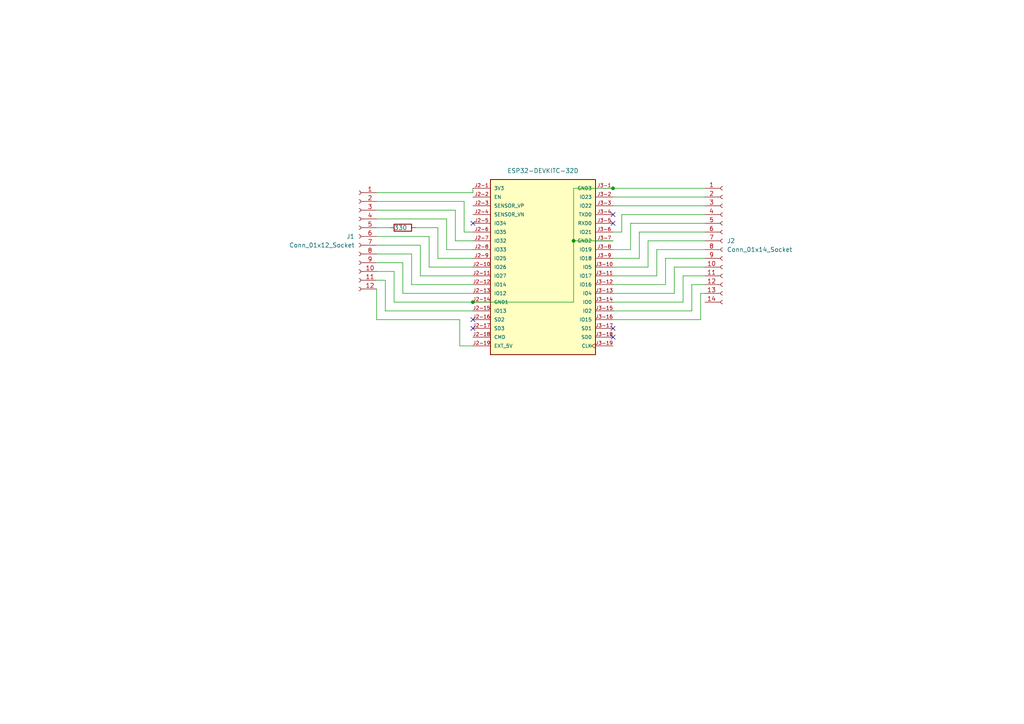
<source format=kicad_sch>
(kicad_sch (version 20231120) (generator "eeschema") (generator_version "8.0")
  (paper "A4")
  (lib_symbols
    (symbol "Connector:Conn_01x12_Socket" (pin_names (offset 1.016) hide)
      (property "Reference" "J" (at 0 15.24 0))
      (property "Value" "Conn_01x12_Socket" (at 0 -17.78 0))
      (symbol "Conn_01x12_Socket_1_1"
        (arc (start 0 -14.732) (mid -0.5058 -15.24) (end 0 -15.748) (stroke (width 0.1524)))
        (arc (start 0 -12.192) (mid -0.5058 -12.7) (end 0 -13.208) (stroke (width 0.1524)))
        (arc (start 0 -9.652) (mid -0.5058 -10.16) (end 0 -10.668) (stroke (width 0.1524)))
        (arc (start 0 -7.112) (mid -0.5058 -7.62) (end 0 -8.128) (stroke (width 0.1524)))
        (arc (start 0 -4.572) (mid -0.5058 -5.08) (end 0 -5.588) (stroke (width 0.1524)))
        (arc (start 0 -2.032) (mid -0.5058 -2.54) (end 0 -3.048) (stroke (width 0.1524)))
        (polyline (pts (xy -1.27 -15.24) (xy -0.508 -15.24)) (stroke (width 0.1524)))
        (polyline (pts (xy -1.27 -12.7) (xy -0.508 -12.7)) (stroke (width 0.1524)))
        (polyline (pts (xy -1.27 -10.16) (xy -0.508 -10.16)) (stroke (width 0.1524)))
        (polyline (pts (xy -1.27 -7.62) (xy -0.508 -7.62)) (stroke (width 0.1524)))
        (polyline (pts (xy -1.27 -5.08) (xy -0.508 -5.08)) (stroke (width 0.1524)))
        (polyline (pts (xy -1.27 -2.54) (xy -0.508 -2.54)) (stroke (width 0.1524)))
        (polyline (pts (xy -1.27 0) (xy -0.508 0)) (stroke (width 0.1524)))
        (polyline (pts (xy -1.27 2.54) (xy -0.508 2.54)) (stroke (width 0.1524)))
        (polyline (pts (xy -1.27 5.08) (xy -0.508 5.08)) (stroke (width 0.1524)))
        (polyline (pts (xy -1.27 7.62) (xy -0.508 7.62)) (stroke (width 0.1524)))
        (polyline (pts (xy -1.27 10.16) (xy -0.508 10.16)) (stroke (width 0.1524)))
        (polyline (pts (xy -1.27 12.7) (xy -0.508 12.7)) (stroke (width 0.1524)))
        (arc (start 0 0.508) (mid -0.5058 0) (end 0 -0.508) (stroke (width 0.1524)))
        (arc (start 0 3.048) (mid -0.5058 2.54) (end 0 2.032) (stroke (width 0.1524)))
        (arc (start 0 5.588) (mid -0.5058 5.08) (end 0 4.572) (stroke (width 0.1524)))
        (arc (start 0 8.128) (mid -0.5058 7.62) (end 0 7.112) (stroke (width 0.1524)))
        (arc (start 0 10.668) (mid -0.5058 10.16) (end 0 9.652) (stroke (width 0.1524)))
        (arc (start 0 13.208) (mid -0.5058 12.7) (end 0 12.192) (stroke (width 0.1524)))
        (pin passive line (at -5.08 12.7 0) (length 3.81) (name "Pin_1") (number "1"))
        (pin passive line (at -5.08 -10.16 0) (length 3.81) (name "Pin_10") (number "10"))
        (pin passive line (at -5.08 -12.7 0) (length 3.81) (name "Pin_11") (number "11"))
        (pin passive line (at -5.08 -15.24 0) (length 3.81) (name "Pin_12") (number "12"))
        (pin passive line (at -5.08 10.16 0) (length 3.81) (name "Pin_2") (number "2"))
        (pin passive line (at -5.08 7.62 0) (length 3.81) (name "Pin_3") (number "3"))
        (pin passive line (at -5.08 5.08 0) (length 3.81) (name "Pin_4") (number "4"))
        (pin passive line (at -5.08 2.54 0) (length 3.81) (name "Pin_5") (number "5"))
        (pin passive line (at -5.08 0 0) (length 3.81) (name "Pin_6") (number "6"))
        (pin passive line (at -5.08 -2.54 0) (length 3.81) (name "Pin_7") (number "7"))
        (pin passive line (at -5.08 -5.08 0) (length 3.81) (name "Pin_8") (number "8"))
        (pin passive line (at -5.08 -7.62 0) (length 3.81) (name "Pin_9") (number "9"))
      )
    )
    (symbol "Connector:Conn_01x14_Socket" (pin_names (offset 1.016) hide)
      (property "Reference" "J" (at 0 17.78 0))
      (property "Value" "Conn_01x14_Socket" (at 0 -20.32 0))
      (symbol "Conn_01x14_Socket_1_1"
        (arc (start 0 -17.272) (mid -0.5058 -17.78) (end 0 -18.288) (stroke (width 0.1524)))
        (arc (start 0 -14.732) (mid -0.5058 -15.24) (end 0 -15.748) (stroke (width 0.1524)))
        (arc (start 0 -12.192) (mid -0.5058 -12.7) (end 0 -13.208) (stroke (width 0.1524)))
        (arc (start 0 -9.652) (mid -0.5058 -10.16) (end 0 -10.668) (stroke (width 0.1524)))
        (arc (start 0 -7.112) (mid -0.5058 -7.62) (end 0 -8.128) (stroke (width 0.1524)))
        (arc (start 0 -4.572) (mid -0.5058 -5.08) (end 0 -5.588) (stroke (width 0.1524)))
        (arc (start 0 -2.032) (mid -0.5058 -2.54) (end 0 -3.048) (stroke (width 0.1524)))
        (polyline (pts (xy -1.27 -17.78) (xy -0.508 -17.78)) (stroke (width 0.1524)))
        (polyline (pts (xy -1.27 -15.24) (xy -0.508 -15.24)) (stroke (width 0.1524)))
        (polyline (pts (xy -1.27 -12.7) (xy -0.508 -12.7)) (stroke (width 0.1524)))
        (polyline (pts (xy -1.27 -10.16) (xy -0.508 -10.16)) (stroke (width 0.1524)))
        (polyline (pts (xy -1.27 -7.62) (xy -0.508 -7.62)) (stroke (width 0.1524)))
        (polyline (pts (xy -1.27 -5.08) (xy -0.508 -5.08)) (stroke (width 0.1524)))
        (polyline (pts (xy -1.27 -2.54) (xy -0.508 -2.54)) (stroke (width 0.1524)))
        (polyline (pts (xy -1.27 0) (xy -0.508 0)) (stroke (width 0.1524)))
        (polyline (pts (xy -1.27 2.54) (xy -0.508 2.54)) (stroke (width 0.1524)))
        (polyline (pts (xy -1.27 5.08) (xy -0.508 5.08)) (stroke (width 0.1524)))
        (polyline (pts (xy -1.27 7.62) (xy -0.508 7.62)) (stroke (width 0.1524)))
        (polyline (pts (xy -1.27 10.16) (xy -0.508 10.16)) (stroke (width 0.1524)))
        (polyline (pts (xy -1.27 12.7) (xy -0.508 12.7)) (stroke (width 0.1524)))
        (polyline (pts (xy -1.27 15.24) (xy -0.508 15.24)) (stroke (width 0.1524)))
        (arc (start 0 0.508) (mid -0.5058 0) (end 0 -0.508) (stroke (width 0.1524)))
        (arc (start 0 3.048) (mid -0.5058 2.54) (end 0 2.032) (stroke (width 0.1524)))
        (arc (start 0 5.588) (mid -0.5058 5.08) (end 0 4.572) (stroke (width 0.1524)))
        (arc (start 0 8.128) (mid -0.5058 7.62) (end 0 7.112) (stroke (width 0.1524)))
        (arc (start 0 10.668) (mid -0.5058 10.16) (end 0 9.652) (stroke (width 0.1524)))
        (arc (start 0 13.208) (mid -0.5058 12.7) (end 0 12.192) (stroke (width 0.1524)))
        (arc (start 0 15.748) (mid -0.5058 15.24) (end 0 14.732) (stroke (width 0.1524)))
        (pin passive line (at -5.08 15.24 0) (length 3.81) (name "Pin_1") (number "1"))
        (pin passive line (at -5.08 -7.62 0) (length 3.81) (name "Pin_10") (number "10"))
        (pin passive line (at -5.08 -10.16 0) (length 3.81) (name "Pin_11") (number "11"))
        (pin passive line (at -5.08 -12.7 0) (length 3.81) (name "Pin_12") (number "12"))
        (pin passive line (at -5.08 -15.24 0) (length 3.81) (name "Pin_13") (number "13"))
        (pin passive line (at -5.08 -17.78 0) (length 3.81) (name "Pin_14") (number "14"))
        (pin passive line (at -5.08 12.7 0) (length 3.81) (name "Pin_2") (number "2"))
        (pin passive line (at -5.08 10.16 0) (length 3.81) (name "Pin_3") (number "3"))
        (pin passive line (at -5.08 7.62 0) (length 3.81) (name "Pin_4") (number "4"))
        (pin passive line (at -5.08 5.08 0) (length 3.81) (name "Pin_5") (number "5"))
        (pin passive line (at -5.08 2.54 0) (length 3.81) (name "Pin_6") (number "6"))
        (pin passive line (at -5.08 0 0) (length 3.81) (name "Pin_7") (number "7"))
        (pin passive line (at -5.08 -2.54 0) (length 3.81) (name "Pin_8") (number "8"))
        (pin passive line (at -5.08 -5.08 0) (length 3.81) (name "Pin_9") (number "9"))
      )
    )
    (symbol "Device:R" (pin_numbers hide) (pin_names (offset 0))
      (property "Reference" "R" (at 2.032 0 90))
      (property "Value" "R" (at 0 0 90))
      (symbol "R_0_1"
        (rectangle (start -1.016 -2.54) (end 1.016 2.54) (stroke (width 0.254)))
      )
      (symbol "R_1_1"
        (pin passive line (at 0 3.81 270) (length 1.27) (name "~") (number "1"))
        (pin passive line (at 0 -3.81 90) (length 1.27) (name "~") (number "2"))
      )
    )
    (symbol "ESP32-DEVKITC-32D_1" (pin_names (offset 1.016))
      (property "Reference" "U" (at -15.2572 26.0643 0))
      (property "Value" "ESP32-DEVKITC-32D" (at -15.2563 -27.9698 0))
      (symbol "ESP32-DEVKITC-32D_1_0_0"
        (rectangle (start -15.24 -25.4) (end 15.24 25.4) (stroke (width 0.254)) (fill (type background)))
        (pin power_in line (at -20.32 22.86 0) (length 5.08) (name "3V3") (number "J2-1"))
        (pin bidirectional line (at -20.32 0 0) (length 5.08) (name "IO26") (number "J2-10"))
        (pin bidirectional line (at -20.32 -2.54 0) (length 5.08) (name "IO27") (number "J2-11"))
        (pin bidirectional line (at -20.32 -5.08 0) (length 5.08) (name "IO14") (number "J2-12"))
        (pin bidirectional line (at -20.32 -7.62 0) (length 5.08) (name "IO12") (number "J2-13"))
        (pin power_in line (at -20.32 -10.16 0) (length 5.08) (name "GND1") (number "J2-14"))
        (pin bidirectional line (at -20.32 -12.7 0) (length 5.08) (name "IO13") (number "J2-15"))
        (pin bidirectional line (at -20.32 -15.24 0) (length 5.08) (name "SD2") (number "J2-16"))
        (pin bidirectional line (at -20.32 -17.78 0) (length 5.08) (name "SD3") (number "J2-17"))
        (pin bidirectional line (at -20.32 -20.32 0) (length 5.08) (name "CMD") (number "J2-18"))
        (pin power_in line (at -20.32 -22.86 0) (length 5.08) (name "EXT_5V") (number "J2-19"))
        (pin input line (at -20.32 20.32 0) (length 5.08) (name "EN") (number "J2-2"))
        (pin input line (at -20.32 17.78 0) (length 5.08) (name "SENSOR_VP") (number "J2-3"))
        (pin input line (at -20.32 15.24 0) (length 5.08) (name "SENSOR_VN") (number "J2-4"))
        (pin bidirectional line (at -20.32 12.7 0) (length 5.08) (name "IO34") (number "J2-5"))
        (pin bidirectional line (at -20.32 10.16 0) (length 5.08) (name "IO35") (number "J2-6"))
        (pin bidirectional line (at -20.32 7.62 0) (length 5.08) (name "IO32") (number "J2-7"))
        (pin bidirectional line (at -20.32 5.08 0) (length 5.08) (name "IO33") (number "J2-8"))
        (pin bidirectional line (at -20.32 2.54 0) (length 5.08) (name "IO25") (number "J2-9"))
        (pin power_in line (at 20.32 22.86 180) (length 5.08) (name "GND3") (number "J3-1"))
        (pin bidirectional line (at 20.32 0 180) (length 5.08) (name "IO5") (number "J3-10"))
        (pin bidirectional line (at 20.32 -2.54 180) (length 5.08) (name "IO17") (number "J3-11"))
        (pin bidirectional line (at 20.32 -5.08 180) (length 5.08) (name "IO16") (number "J3-12"))
        (pin bidirectional line (at 20.32 -7.62 180) (length 5.08) (name "IO4") (number "J3-13"))
        (pin bidirectional line (at 20.32 -10.16 180) (length 5.08) (name "IO0") (number "J3-14"))
        (pin bidirectional line (at 20.32 -12.7 180) (length 5.08) (name "IO2") (number "J3-15"))
        (pin bidirectional line (at 20.32 -15.24 180) (length 5.08) (name "IO15") (number "J3-16"))
        (pin bidirectional line (at 20.32 -17.78 180) (length 5.08) (name "SD1") (number "J3-17"))
        (pin bidirectional line (at 20.32 -20.32 180) (length 5.08) (name "SD0") (number "J3-18"))
        (pin input clock (at 20.32 -22.86 180) (length 5.08) (name "CLK") (number "J3-19"))
        (pin bidirectional line (at 20.32 20.32 180) (length 5.08) (name "IO23") (number "J3-2"))
        (pin bidirectional line (at 20.32 17.78 180) (length 5.08) (name "IO22") (number "J3-3"))
        (pin output line (at 20.32 15.24 180) (length 5.08) (name "TXD0") (number "J3-4"))
        (pin input line (at 20.32 12.7 180) (length 5.08) (name "RXD0") (number "J3-5"))
        (pin bidirectional line (at 20.32 10.16 180) (length 5.08) (name "IO21") (number "J3-6"))
        (pin power_in line (at 20.32 7.62 180) (length 5.08) (name "GND2") (number "J3-7"))
        (pin bidirectional line (at 20.32 5.08 180) (length 5.08) (name "IO19") (number "J3-8"))
        (pin bidirectional line (at 20.32 2.54 180) (length 5.08) (name "IO18") (number "J3-9"))
      )
    )
  )
  (junction (at 177.8 54.61))
  (junction (at 166.37 69.85))
  (junction (at 137.16 87.63))
  (no_connect (at 177.8 95.25))
  (no_connect (at 137.16 95.25))
  (no_connect (at 177.8 64.77))
  (no_connect (at 177.8 97.79))
  (no_connect (at 137.16 64.77))
  (no_connect (at 137.16 92.71))
  (no_connect (at 177.8 62.23))
  (wire (pts (xy 109.22 78.74) (xy 114.3 78.74)))
  (wire (pts (xy 127 74.93) (xy 127 66.04)))
  (wire (pts (xy 204.47 80.01) (xy 198.12 80.01)))
  (wire (pts (xy 113.03 66.04) (xy 109.22 66.04)))
  (wire (pts (xy 177.8 54.61) (xy 204.47 54.61)))
  (wire (pts (xy 166.37 87.63) (xy 166.37 69.85)))
  (wire (pts (xy 203.2 92.71) (xy 177.8 92.71)))
  (wire (pts (xy 195.58 77.47) (xy 195.58 85.09)))
  (wire (pts (xy 119.38 73.66) (xy 119.38 82.55)))
  (wire (pts (xy 200.66 82.55) (xy 200.66 90.17)))
  (wire (pts (xy 132.08 69.85) (xy 137.16 69.85)))
  (wire (pts (xy 127 66.04) (xy 120.65 66.04)))
  (wire (pts (xy 177.8 59.69) (xy 204.47 59.69)))
  (wire (pts (xy 204.47 77.47) (xy 195.58 77.47)))
  (wire (pts (xy 111.76 90.17) (xy 137.16 90.17)))
  (wire (pts (xy 204.47 72.39) (xy 190.5 72.39)))
  (wire (pts (xy 177.8 57.15) (xy 204.47 57.15)))
  (wire (pts (xy 180.34 62.23) (xy 204.47 62.23)))
  (wire (pts (xy 204.47 69.85) (xy 187.96 69.85)))
  (wire (pts (xy 111.76 81.28) (xy 109.22 81.28)))
  (wire (pts (xy 177.8 85.09) (xy 195.58 85.09)))
  (wire (pts (xy 133.35 92.71) (xy 133.35 100.33)))
  (wire (pts (xy 166.37 54.61) (xy 177.8 54.61)))
  (wire (pts (xy 182.88 72.39) (xy 182.88 64.77)))
  (wire (pts (xy 109.22 92.71) (xy 133.35 92.71)))
  (wire (pts (xy 177.8 72.39) (xy 182.88 72.39)))
  (wire (pts (xy 109.22 92.71) (xy 109.22 83.82)))
  (wire (pts (xy 137.16 87.63) (xy 166.37 87.63)))
  (wire (pts (xy 129.54 72.39) (xy 137.16 72.39)))
  (wire (pts (xy 177.8 80.01) (xy 190.5 80.01)))
  (wire (pts (xy 203.2 85.09) (xy 203.2 92.71)))
  (wire (pts (xy 203.2 85.09) (xy 204.47 85.09)))
  (wire (pts (xy 109.22 58.42) (xy 134.62 58.42)))
  (wire (pts (xy 177.8 90.17) (xy 200.66 90.17)))
  (wire (pts (xy 204.47 82.55) (xy 200.66 82.55)))
  (wire (pts (xy 129.54 63.5) (xy 129.54 72.39)))
  (wire (pts (xy 109.22 73.66) (xy 119.38 73.66)))
  (wire (pts (xy 177.8 67.31) (xy 180.34 67.31)))
  (wire (pts (xy 109.22 68.58) (xy 124.46 68.58)))
  (wire (pts (xy 116.84 76.2) (xy 116.84 85.09)))
  (wire (pts (xy 182.88 64.77) (xy 204.47 64.77)))
  (wire (pts (xy 177.8 87.63) (xy 198.12 87.63)))
  (wire (pts (xy 204.47 67.31) (xy 185.42 67.31)))
  (wire (pts (xy 111.76 90.17) (xy 111.76 81.28)))
  (wire (pts (xy 137.16 55.88) (xy 137.16 54.61)))
  (wire (pts (xy 190.5 72.39) (xy 190.5 80.01)))
  (wire (pts (xy 109.22 60.96) (xy 132.08 60.96)))
  (wire (pts (xy 177.8 77.47) (xy 187.96 77.47)))
  (wire (pts (xy 121.92 71.12) (xy 121.92 80.01)))
  (wire (pts (xy 137.16 55.88) (xy 109.22 55.88)))
  (wire (pts (xy 187.96 69.85) (xy 187.96 77.47)))
  (wire (pts (xy 193.04 74.93) (xy 193.04 82.55)))
  (wire (pts (xy 127 74.93) (xy 137.16 74.93)))
  (wire (pts (xy 132.08 60.96) (xy 132.08 69.85)))
  (wire (pts (xy 109.22 71.12) (xy 121.92 71.12)))
  (wire (pts (xy 116.84 85.09) (xy 137.16 85.09)))
  (wire (pts (xy 114.3 78.74) (xy 114.3 87.63)))
  (wire (pts (xy 204.47 74.93) (xy 193.04 74.93)))
  (wire (pts (xy 124.46 77.47) (xy 137.16 77.47)))
  (wire (pts (xy 177.8 74.93) (xy 185.42 74.93)))
  (wire (pts (xy 134.62 67.31) (xy 137.16 67.31)))
  (wire (pts (xy 166.37 69.85) (xy 177.8 69.85)))
  (wire (pts (xy 124.46 68.58) (xy 124.46 77.47)))
  (wire (pts (xy 134.62 58.42) (xy 134.62 67.31)))
  (wire (pts (xy 177.8 82.55) (xy 193.04 82.55)))
  (wire (pts (xy 166.37 54.61) (xy 166.37 69.85)))
  (wire (pts (xy 133.35 100.33) (xy 137.16 100.33)))
  (wire (pts (xy 185.42 67.31) (xy 185.42 74.93)))
  (wire (pts (xy 109.22 76.2) (xy 116.84 76.2)))
  (wire (pts (xy 119.38 82.55) (xy 137.16 82.55)))
  (wire (pts (xy 109.22 63.5) (xy 129.54 63.5)))
  (wire (pts (xy 121.92 80.01) (xy 137.16 80.01)))
  (wire (pts (xy 198.12 80.01) (xy 198.12 87.63)))
  (wire (pts (xy 180.34 67.31) (xy 180.34 62.23)))
  (wire (pts (xy 114.3 87.63) (xy 137.16 87.63)))
  (symbol (lib_id "Connector:Conn_01x12_Socket") (at 104.14 68.58 0) (mirror y) (unit 1)
    (property "Reference" "J1" (at 102.87 68.5799 0) (effects (justify left)))
    (property "Value" "Conn_01x12_Socket" (at 102.87 71.1199 0) (effects (justify left)))
    (property "Footprint" "Connector_PinSocket_2.54mm:PinSocket_1x12_P2.54mm_Vertical" (effects (hide yes)))
    (property "Description" "Generic connector, single row, 01x12, script generated" (effects (hide yes)))
  )
  (symbol (lib_name "ESP32-DEVKITC-32D_1") (lib_id "ESP32-DEVKITC-32D:ESP32-DEVKITC-32D") (at 157.48 77.47 0) (unit 1)
    (property "Reference" "U1" (effects (hide yes)))
    (property "Value" "ESP32-DEVKITC-32D" (at 157.48 49.53 0))
    (property "Footprint" "ESP32:MODULE_ESP32-DEVKITC-32D" (effects (hide yes)))
    (property "MF" "Espressif Systems" (effects (hide yes)))
    (property "MAXIMUM_PACKAGE_HEIGHT" "N/A" (effects (hide yes)))
    (property "Package" "None" (effects (hide yes)))
    (property "Price" "None" (effects (hide yes)))
    (property "Check_prices" "https://www.snapeda.com/parts/ESP32-DEVKITC-32D/Espressif+Systems/view-part/?ref=eda" (effects (hide yes)))
    (property "STANDARD" "Manufacturer Recommendations" (effects (hide yes)))
    (property "PARTREV" "V4" (effects (hide yes)))
    (property "SnapEDA_Link" "https://www.snapeda.com/parts/ESP32-DEVKITC-32D/Espressif+Systems/view-part/?ref=snap" (effects (hide yes)))
    (property "MP" "ESP32-DEVKITC-32D" (effects (hide yes)))
    (property "Description_1" "\n                        \n                            WiFi Development Tools (802.11) ESP32 General Development Kit, ESP32-WROOM-32D on the board\n                        \n" (effects (hide yes)))
    (property "MANUFACTURER" "Espressif Systems" (effects (hide yes)))
    (property "Availability" "In Stock" (effects (hide yes)))
    (property "SNAPEDA_PN" "ESP32-DEVKITC-32D" (effects (hide yes)))
  )
  (symbol (lib_id "Device:R") (at 116.84 66.04 90) (unit 1)
    (property "Reference" "R1" (effects (hide yes)))
    (property "Value" "330" (at 118.11 66.04 90) (effects (justify left)))
    (property "Footprint" "Resistor_THT:R_Axial_DIN0207_L6.3mm_D2.5mm_P7.62mm_Horizontal" (effects (hide yes)))
    (property "Description" "Resistor" (effects (hide yes)))
  )
  (symbol (lib_id "Connector:Conn_01x14_Socket") (at 209.55 69.85 0) (unit 1)
    (property "Reference" "J2" (at 210.82 69.8499 0) (effects (justify left)))
    (property "Value" "Conn_01x14_Socket" (at 210.82 72.3899 0) (effects (justify left)))
    (property "Footprint" "Connector_PinSocket_2.54mm:PinSocket_1x14_P2.54mm_Vertical" (effects (hide yes)))
    (property "Description" "Generic connector, single row, 01x14, script generated" (effects (hide yes)))
  )
)
</source>
